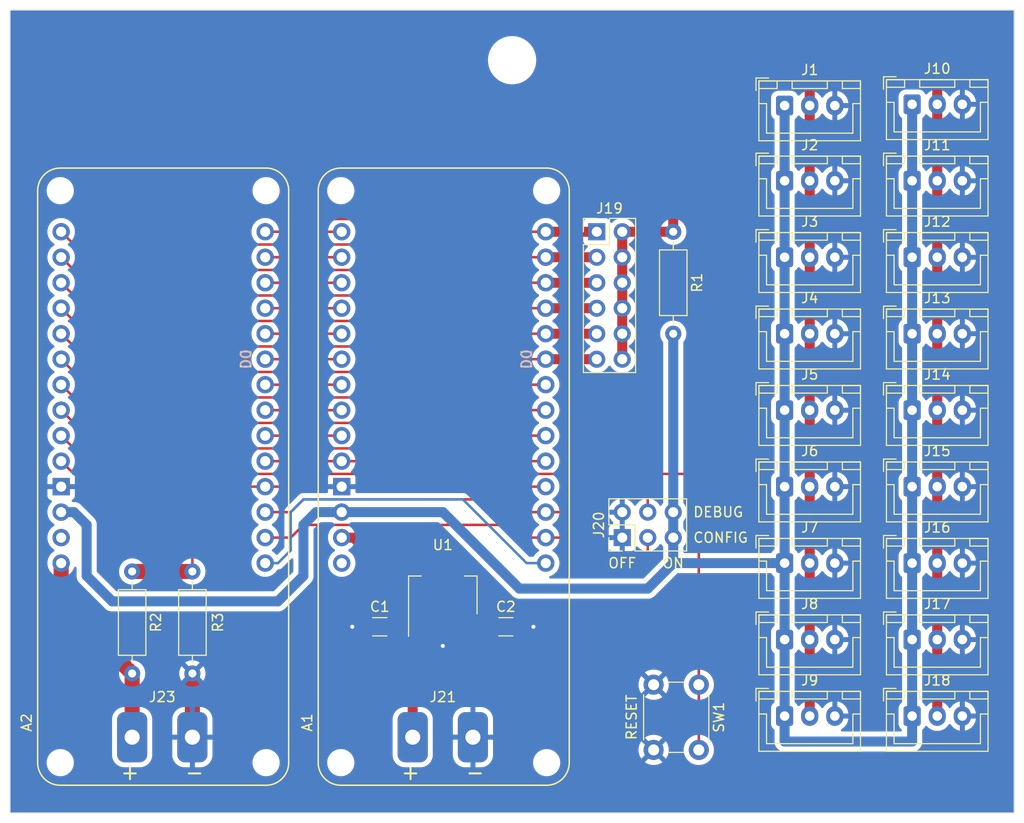
<source format=kicad_pcb>
(kicad_pcb (version 20221018) (generator pcbnew)
  (layers (0 "F.Cu" signal) (31 "B.Cu" signal) (34 "B.Paste" user) (35 "F.Paste" user) (36 "B.SilkS" user "B.Silkscreen") (37 "F.SilkS" user "F.Silkscreen") (38 "B.Mask" user) (39 "F.Mask" user) (44 "Edge.Cuts" user))
  (net 0 "")
  (net 2 "/A0")
  (net 3 "/A1")
  (net 4 "/A2")
  (net 5 "/A3")
  (net 6 "/A4")
  (net 7 "/A5")
  (net 8 "/A6")
  (net 9 "/AREF")
  (net 10 "/D0")
  (net 11 "/D1")
  (net 12 "/D2")
  (net 13 "/D3")
  (net 14 "/D4")
  (net 15 "/D5")
  (net 16 "/D6")
  (net 17 "/D7")
  (net 18 "/D8")
  (net 19 "/D9")
  (net 20 "/D10")
  (net 21 "/D11")
  (net 22 "/D12")
  (net 23 "/D13")
  (net 24 "/D14")
  (net 25 "GND")
  (net 26 "/RST")
  (net 28 "+3.3V")
  (net 29 "DATA")
  (net 30 "Net-(J23-Pin_1)")
  (net 31 "Net-(J21-Pin_1)")
  (net 32 "Net-(U1-OUT)")
  (footprint "Connector_JST:JST_XH_B3B-XH-A_1x03_P2.50mm_Vertical" (layer "F.Cu") (at 197.682 82.0752)
    (fp_text reference "J14" (at 2.5 -3.55) (layer "F.SilkS"))
    (fp_text value "Conn_01x03_Pin")
    (pad "1" thru_hole roundrect (at 0 0) (size 1.7 1.95) (drill 0.95) (layers "*.Cu" "*.Mask") (roundrect_rratio 0.147059) (net 28 "+3.3V"))
    (pad "2" thru_hole oval (at 2.5 0) (size 1.7 1.95) (drill 0.95) (layers "*.Cu" "*.Mask") (net 29 "DATA"))
    (pad "3" thru_hole oval (at 5 0) (size 1.7 1.95) (drill 0.95) (layers "*.Cu" "*.Mask") (net 25 "GND"))
  )
  (footprint "Connector_JST:JST_XH_B3B-XH-A_1x03_P2.50mm_Vertical" (layer "F.Cu") (at 184.982 97.3152)
    (fp_text reference "J7" (at 2.5 -3.55) (layer "F.SilkS"))
    (fp_text value "Conn_01x03_Pin")
    (pad "1" thru_hole roundrect (at 0 0) (size 1.7 1.95) (drill 0.95) (layers "*.Cu" "*.Mask") (roundrect_rratio 0.147059) (net 28 "+3.3V"))
    (pad "2" thru_hole oval (at 2.5 0) (size 1.7 1.95) (drill 0.95) (layers "*.Cu" "*.Mask") (net 29 "DATA"))
    (pad "3" thru_hole oval (at 5 0) (size 1.7 1.95) (drill 0.95) (layers "*.Cu" "*.Mask") (net 25 "GND"))
  )
  (footprint "Capacitor_SMD:C_1206_3216Metric" (layer "F.Cu") (at 157.217 103.66)
    (fp_text reference "C2" (at 0 -2) (layer "F.SilkS"))
    (fp_text value "0.1u")
    (pad "1" smd roundrect (at -1.475 0) (size 1.15 1.8) (layers "F.Cu" "F.Paste" "F.Mask") (roundrect_rratio 0.217391) (net 32 "Net-(U1-OUT)"))
    (pad "2" smd roundrect (at 1.475 0) (size 1.15 1.8) (layers "F.Cu" "F.Paste" "F.Mask") (roundrect_rratio 0.217391) (net 25 "GND"))
  )
  (footprint "Connector_JST:JST_XH_B3B-XH-A_1x03_P2.50mm_Vertical" (layer "F.Cu") (at 197.682 59.2152)
    (fp_text reference "J11" (at 2.5 -3.55) (layer "F.SilkS"))
    (fp_text value "Conn_01x03_Pin")
    (pad "1" thru_hole roundrect (at 0 0) (size 1.7 1.95) (drill 0.95) (layers "*.Cu" "*.Mask") (roundrect_rratio 0.147059) (net 28 "+3.3V"))
    (pad "2" thru_hole oval (at 2.5 0) (size 1.7 1.95) (drill 0.95) (layers "*.Cu" "*.Mask") (net 29 "DATA"))
    (pad "3" thru_hole oval (at 5 0) (size 1.7 1.95) (drill 0.95) (layers "*.Cu" "*.Mask") (net 25 "GND"))
  )
  (footprint "Connector_JST:JST_XH_B3B-XH-A_1x03_P2.50mm_Vertical" (layer "F.Cu") (at 197.682 74.4552)
    (fp_text reference "J13" (at 2.5 -3.55) (layer "F.SilkS"))
    (fp_text value "Conn_01x03_Pin")
    (pad "1" thru_hole roundrect (at 0 0) (size 1.7 1.95) (drill 0.95) (layers "*.Cu" "*.Mask") (roundrect_rratio 0.147059) (net 28 "+3.3V"))
    (pad "2" thru_hole oval (at 2.5 0) (size 1.7 1.95) (drill 0.95) (layers "*.Cu" "*.Mask") (net 29 "DATA"))
    (pad "3" thru_hole oval (at 5 0) (size 1.7 1.95) (drill 0.95) (layers "*.Cu" "*.Mask") (net 25 "GND"))
  )
  (footprint "Connector_JST:JST_XH_B3B-XH-A_1x03_P2.50mm_Vertical" (layer "F.Cu") (at 197.682 89.6952)
    (fp_text reference "J15" (at 2.5 -3.55) (layer "F.SilkS"))
    (fp_text value "Conn_01x03_Pin")
    (pad "1" thru_hole roundrect (at 0 0) (size 1.7 1.95) (drill 0.95) (layers "*.Cu" "*.Mask") (roundrect_rratio 0.147059) (net 28 "+3.3V"))
    (pad "2" thru_hole oval (at 2.5 0) (size 1.7 1.95) (drill 0.95) (layers "*.Cu" "*.Mask") (net 29 "DATA"))
    (pad "3" thru_hole oval (at 5 0) (size 1.7 1.95) (drill 0.95) (layers "*.Cu" "*.Mask") (net 25 "GND"))
  )
  (footprint "Connector_JST:JST_XH_B3B-XH-A_1x03_P2.50mm_Vertical" (layer "F.Cu") (at 197.682 66.8352)
    (fp_text reference "J12" (at 2.5 -3.55) (layer "F.SilkS"))
    (fp_text value "Conn_01x03_Pin")
    (pad "1" thru_hole roundrect (at 0 0) (size 1.7 1.95) (drill 0.95) (layers "*.Cu" "*.Mask") (roundrect_rratio 0.147059) (net 28 "+3.3V"))
    (pad "2" thru_hole oval (at 2.5 0) (size 1.7 1.95) (drill 0.95) (layers "*.Cu" "*.Mask") (net 29 "DATA"))
    (pad "3" thru_hole oval (at 5 0) (size 1.7 1.95) (drill 0.95) (layers "*.Cu" "*.Mask") (net 25 "GND"))
  )
  (footprint "ProjectFootprints:Power_Solder_Pads" (layer "F.Cu") (at 150.942 114.66)
    (fp_text reference "J21" (at 0 -4) (layer "F.SilkS"))
    (fp_text value "Conn_01x02_Pin")
    (pad "1" thru_hole roundrect (at -3 0) (size 3 5) (drill 1.5) (layers "*.Cu" "*.Mask") (net 31 "Net-(J21-Pin_1)"))
    (pad "2" thru_hole roundrect (at 3 0) (size 3 5) (drill 1.5) (layers "*.Cu" "*.Mask") (net 25 "GND"))
  )
  (footprint "Connector_JST:JST_XH_B3B-XH-A_1x03_P2.50mm_Vertical" (layer "F.Cu") (at 197.682 104.9352)
    (fp_text reference "J17" (at 2.5 -3.55) (layer "F.SilkS"))
    (fp_text value "Conn_01x03_Pin")
    (pad "1" thru_hole roundrect (at 0 0) (size 1.7 1.95) (drill 0.95) (layers "*.Cu" "*.Mask") (roundrect_rratio 0.147059) (net 28 "+3.3V"))
    (pad "2" thru_hole oval (at 2.5 0) (size 1.7 1.95) (drill 0.95) (layers "*.Cu" "*.Mask") (net 29 "DATA"))
    (pad "3" thru_hole oval (at 5 0) (size 1.7 1.95) (drill 0.95) (layers "*.Cu" "*.Mask") (net 25 "GND"))
  )
  (footprint "Connector_JST:JST_XH_B3B-XH-A_1x03_P2.50mm_Vertical" (layer "F.Cu") (at 197.682 97.3152)
    (fp_text reference "J16" (at 2.5 -3.55) (layer "F.SilkS"))
    (fp_text value "Conn_01x03_Pin")
    (pad "1" thru_hole roundrect (at 0 0) (size 1.7 1.95) (drill 0.95) (layers "*.Cu" "*.Mask") (roundrect_rratio 0.147059) (net 28 "+3.3V"))
    (pad "2" thru_hole oval (at 2.5 0) (size 1.7 1.95) (drill 0.95) (layers "*.Cu" "*.Mask") (net 29 "DATA"))
    (pad "3" thru_hole oval (at 5 0) (size 1.7 1.95) (drill 0.95) (layers "*.Cu" "*.Mask") (net 25 "GND"))
  )
  (footprint "Connector_JST:JST_XH_B3B-XH-A_1x03_P2.50mm_Vertical" (layer "F.Cu") (at 184.982 82.0752)
    (fp_text reference "J5" (at 2.5 -3.55) (layer "F.SilkS"))
    (fp_text value "Conn_01x03_Pin")
    (pad "1" thru_hole roundrect (at 0 0) (size 1.7 1.95) (drill 0.95) (layers "*.Cu" "*.Mask") (roundrect_rratio 0.147059) (net 28 "+3.3V"))
    (pad "2" thru_hole oval (at 2.5 0) (size 1.7 1.95) (drill 0.95) (layers "*.Cu" "*.Mask") (net 29 "DATA"))
    (pad "3" thru_hole oval (at 5 0) (size 1.7 1.95) (drill 0.95) (layers "*.Cu" "*.Mask") (net 25 "GND"))
  )
  (footprint "Connector_JST:JST_XH_B3B-XH-A_1x03_P2.50mm_Vertical" (layer "F.Cu") (at 184.982 51.72)
    (fp_text reference "J1" (at 2.5 -3.55) (layer "F.SilkS"))
    (fp_text value "Conn_01x03_Pin")
    (pad "1" thru_hole roundrect (at 0 0) (size 1.7 1.95) (drill 0.95) (layers "*.Cu" "*.Mask") (roundrect_rratio 0.147059) (net 28 "+3.3V"))
    (pad "2" thru_hole oval (at 2.5 0) (size 1.7 1.95) (drill 0.95) (layers "*.Cu" "*.Mask") (net 29 "DATA"))
    (pad "3" thru_hole oval (at 5 0) (size 1.7 1.95) (drill 0.95) (layers "*.Cu" "*.Mask") (net 25 "GND"))
  )
  (footprint "Package_TO_SOT_SMD:SOT-223" (layer "F.Cu") (at 150.942 100.51 90)
    (fp_text reference "U1" (at 5 0 180) (layer "F.SilkS"))
    (fp_text value "L7805")
    (pad "1" smd rect (at -3.15 -2.3 90) (size 2 1.5) (layers "F.Cu" "F.Paste" "F.Mask") (net 31 "Net-(J21-Pin_1)"))
    (pad "2" smd rect (at -3.15 0 90) (size 2 1.5) (layers "F.Cu" "F.Paste" "F.Mask") (net 25 "GND"))
    (pad "3" smd rect (at -3.15 2.3 90) (size 2 1.5) (layers "F.Cu" "F.Paste" "F.Mask") (net 32 "Net-(U1-OUT)"))
    (pad "4" smd rect (at 3.15 0 90) (size 2 3.8) (layers "F.Cu" "F.Paste" "F.Mask"))
  )
  (footprint "MountingHole:MountingHole_4.3mm_M4" (layer "F.Cu") (at 157.842 47.2)
    (fp_text reference "H1" hide)
    (fp_text value "MountingHole")
    (pad "" np_thru_hole circle (at 0 0) (size 4.3 4.3) (drill 4.3) (layers "*.Cu" "*.Mask"))
  )
  (footprint "Connector_JST:JST_XH_B3B-XH-A_1x03_P2.50mm_Vertical" (layer "F.Cu") (at 184.982 104.9352)
    (fp_text reference "J8" (at 2.5 -3.55) (layer "F.SilkS"))
    (fp_text value "Conn_01x03_Pin")
    (pad "1" thru_hole roundrect (at 0 0) (size 1.7 1.95) (drill 0.95) (layers "*.Cu" "*.Mask") (roundrect_rratio 0.147059) (net 28 "+3.3V"))
    (pad "2" thru_hole oval (at 2.5 0) (size 1.7 1.95) (drill 0.95) (layers "*.Cu" "*.Mask") (net 29 "DATA"))
    (pad "3" thru_hole oval (at 5 0) (size 1.7 1.95) (drill 0.95) (layers "*.Cu" "*.Mask") (net 25 "GND"))
  )
  (footprint "Resistor_THT:R_Axial_DIN0207_L6.3mm_D2.5mm_P10.16mm_Horizontal" (layer "F.Cu") (at 173.892 64.2952 -90)
    (fp_text reference "R1" (at 5.08 -2.37 90) (layer "F.SilkS"))
    (fp_text value "4.7k")
    (pad "1" thru_hole circle (at 0 0 270) (size 1.6 1.6) (drill 0.8) (layers "*.Cu" "*.Mask") (net 29 "DATA"))
    (pad "2" thru_hole oval (at 10.16 0 270) (size 1.6 1.6) (drill 0.8) (layers "*.Cu" "*.Mask") (net 28 "+3.3V"))
  )
  (footprint "Connector_JST:JST_XH_B3B-XH-A_1x03_P2.50mm_Vertical" (layer "F.Cu") (at 184.982 74.4552)
    (fp_text reference "J4" (at 2.5 -3.55) (layer "F.SilkS"))
    (fp_text value "Conn_01x03_Pin")
    (pad "1" thru_hole roundrect (at 0 0) (size 1.7 1.95) (drill 0.95) (layers "*.Cu" "*.Mask") (roundrect_rratio 0.147059) (net 28 "+3.3V"))
    (pad "2" thru_hole oval (at 2.5 0) (size 1.7 1.95) (drill 0.95) (layers "*.Cu" "*.Mask") (net 29 "DATA"))
    (pad "3" thru_hole oval (at 5 0) (size 1.7 1.95) (drill 0.95) (layers "*.Cu" "*.Mask") (net 25 "GND"))
  )
  (footprint "Button_Switch_THT:SW_PUSH_6mm" (layer "F.Cu") (at 176.437 109.43 -90)
    (fp_text reference "SW1" (at 3.25 -2 90) (layer "F.SilkS"))
    (fp_text value "SW_Push")
    (pad "1" thru_hole circle (at 0 0) (size 2 2) (drill 1.1) (layers "*.Cu" "*.Mask") (net 26 "/RST"))
    (pad "1" thru_hole circle (at 6.5 0) (size 2 2) (drill 1.1) (layers "*.Cu" "*.Mask") (net 26 "/RST"))
    (pad "2" thru_hole circle (at 0 4.5) (size 2 2) (drill 1.1) (layers "*.Cu" "*.Mask") (net 25 "GND"))
    (pad "2" thru_hole circle (at 6.5 4.5) (size 2 2) (drill 1.1) (layers "*.Cu" "*.Mask") (net 25 "GND"))
  )
  (footprint "Connector_JST:JST_XH_B3B-XH-A_1x03_P2.50mm_Vertical" (layer "F.Cu") (at 184.982 112.5552)
    (fp_text reference "J9" (at 2.5 -3.55) (layer "F.SilkS"))
    (fp_text value "Conn_01x03_Pin")
    (pad "1" thru_hole roundrect (at 0 0) (size 1.7 1.95) (drill 0.95) (layers "*.Cu" "*.Mask") (roundrect_rratio 0.147059) (net 28 "+3.3V"))
    (pad "2" thru_hole oval (at 2.5 0) (size 1.7 1.95) (drill 0.95) (layers "*.Cu" "*.Mask") (net 29 "DATA"))
    (pad "3" thru_hole oval (at 5 0) (size 1.7 1.95) (drill 0.95) (layers "*.Cu" "*.Mask") (net 25 "GND"))
  )
  (footprint "Resistor_THT:R_Axial_DIN0207_L6.3mm_D2.5mm_P10.16mm_Horizontal" (layer "F.Cu") (at 126.002 108.31 90)
    (fp_text reference "R3" (at 5.08 2.54 90) (layer "F.SilkS"))
    (fp_text value "1.2M")
    (pad "1" thru_hole circle (at 0 0 90) (size 1.6 1.6) (drill 0.8) (layers "*.Cu" "*.Mask") (net 25 "GND"))
    (pad "2" thru_hole oval (at 10.16 0 90) (size 1.6 1.6) (drill 0.8) (layers "*.Cu" "*.Mask") (net 4 "/A2"))
  )
  (footprint "Connector_JST:JST_XH_B3B-XH-A_1x03_P2.50mm_Vertical" (layer "F.Cu") (at 184.982 66.8352)
    (fp_text reference "J3" (at 2.5 -3.55) (layer "F.SilkS"))
    (fp_text value "Conn_01x03_Pin")
    (pad "1" thru_hole roundrect (at 0 0) (size 1.7 1.95) (drill 0.95) (layers "*.Cu" "*.Mask") (roundrect_rratio 0.147059) (net 28 "+3.3V"))
    (pad "2" thru_hole oval (at 2.5 0) (size 1.7 1.95) (drill 0.95) (layers "*.Cu" "*.Mask") (net 29 "DATA"))
    (pad "3" thru_hole oval (at 5 0) (size 1.7 1.95) (drill 0.95) (layers "*.Cu" "*.Mask") (net 25 "GND"))
  )
  (footprint "Connector_PinHeader_2.54mm:PinHeader_2x06_P2.54mm_Vertical" (layer "F.Cu") (at 166.272 64.2952)
    (fp_text reference "J19" (at 1.27 -2.33) (layer "F.SilkS"))
    (fp_text value "Conn_02x06_Odd_Even")
    (pad "1" thru_hole rect (at 0 0) (size 1.7 1.7) (drill 1) (layers "*.Cu" "*.Mask") (net 15 "/D5"))
    (pad "2" thru_hole oval (at 2.54 0) (size 1.7 1.7) (drill 1) (layers "*.Cu" "*.Mask") (net 29 "DATA"))
    (pad "3" thru_hole oval (at 0 2.54) (size 1.7 1.7) (drill 1) (layers "*.Cu" "*.Mask") (net 14 "/D4"))
    (pad "4" thru_hole oval (at 2.54 2.54) (size 1.7 1.7) (drill 1) (layers "*.Cu" "*.Mask") (net 29 "DATA"))
    (pad "5" thru_hole oval (at 0 5.08) (size 1.7 1.7) (drill 1) (layers "*.Cu" "*.Mask") (net 13 "/D3"))
    (pad "6" thru_hole oval (at 2.54 5.08) (size 1.7 1.7) (drill 1) (layers "*.Cu" "*.Mask") (net 29 "DATA"))
    (pad "7" thru_hole oval (at 0 7.62) (size 1.7 1.7) (drill 1) (layers "*.Cu" "*.Mask") (net 12 "/D2"))
    (pad "8" thru_hole oval (at 2.54 7.62) (size 1.7 1.7) (drill 1) (layers "*.Cu" "*.Mask") (net 29 "DATA"))
    (pad "9" thru_hole oval (at 0 10.16) (size 1.7 1.7) (drill 1) (layers "*.Cu" "*.Mask") (net 11 "/D1"))
    (pad "10" thru_hole oval (at 2.54 10.16) (size 1.7 1.7) (drill 1) (layers "*.Cu" "*.Mask") (net 29 "DATA"))
    (pad "11" thru_hole oval (at 0 12.7) (size 1.7 1.7) (drill 1) (layers "*.Cu" "*.Mask") (net 10 "/D0"))
    (pad "12" thru_hole oval (at 2.54 12.7) (size 1.7 1.7) (drill 1) (layers "*.Cu" "*.Mask") (net 29 "DATA"))
  )
  (footprint "Connector_JST:JST_XH_B3B-XH-A_1x03_P2.50mm_Vertical" (layer "F.Cu") (at 184.982 59.2152)
    (fp_text reference "J2" (at 2.5 -3.55) (layer "F.SilkS"))
    (fp_text value "Conn_01x03_Pin")
    (pad "1" thru_hole roundrect (at 0 0) (size 1.7 1.95) (drill 0.95) (layers "*.Cu" "*.Mask") (roundrect_rratio 0.147059) (net 28 "+3.3V"))
    (pad "2" thru_hole oval (at 2.5 0) (size 1.7 1.95) (drill 0.95) (layers "*.Cu" "*.Mask") (net 29 "DATA"))
    (pad "3" thru_hole oval (at 5 0) (size 1.7 1.95) (drill 0.95) (layers "*.Cu" "*.Mask") (net 25 "GND"))
  )
  (footprint "PCM_arduino-library:Arduino_MKR_Zero_Socket" (layer "F.Cu") (at 112.842 117.2 90)
    (fp_text reference "A2" (at 4 -3.35 90 unlocked) (layer "F.SilkS"))
    (fp_text value "Arduino_MKR_Zero_Socket")
    (fp_text user "D0" (at 40.2048 18.505 90 unlocked) (layer "B.SilkS") (effects (justify mirror)))
    (fp_text user "D0" (at 40.2048 18.505 90 unlocked) (layer "F.SilkS"))
    (pad "" np_thru_hole circle (at 0 0 90) (size 2.2 2.2) (drill 2.2) (layers "F&B.Cu" "*.Mask"))
    (pad "" np_thru_hole circle (at 0 20.5 90) (size 2.2 2.2) (drill 2.2) (layers "F&B.Cu" "*.Mask"))
    (pad "" np_thru_hole circle (at 57 0 90) (size 2.2 2.2) (drill 2.2) (layers "F&B.Cu" "*.Mask"))
    (pad "" np_thru_hole circle (at 57 20.5 90) (size 2.2 2.2) (drill 2.2) (layers "F&B.Cu" "*.Mask"))
    (pad "3V3" thru_hole circle (at 24.9648 0.09 90) (size 1.7272 1.7272) (drill 1.016) (layers "*.Cu" "*.Mask") (net 28 "+3.3V"))
    (pad "5V" thru_hole circle (at 19.8848 0.09 90) (size 1.7272 1.7272) (drill 1.016) (layers "*.Cu" "*.Mask") (net 30 "Net-(J23-Pin_1)"))
    (pad "A0" thru_hole circle (at 22.4248 20.41 90) (size 1.7272 1.7272) (drill 1.016) (layers "*.Cu" "*.Mask") (net 2 "/A0"))
    (pad "A1" thru_hole circle (at 24.9648 20.41 90) (size 1.7272 1.7272) (drill 1.016) (layers "*.Cu" "*.Mask") (net 3 "/A1"))
    (pad "A2" thru_hole circle (at 27.5048 20.41 90) (size 1.7272 1.7272) (drill 1.016) (layers "*.Cu" "*.Mask") (net 4 "/A2"))
    (pad "A3" thru_hole circle (at 30.0448 20.41 90) (size 1.7272 1.7272) (drill 1.016) (layers "*.Cu" "*.Mask") (net 5 "/A3"))
    (pad "A4" thru_hole circle (at 32.5848 20.41 90) (size 1.7272 1.7272) (drill 1.016) (layers "*.Cu" "*.Mask") (net 6 "/A4"))
    (pad "A5" thru_hole circle (at 35.1248 20.41 90) (size 1.7272 1.7272) (drill 1.016) (layers "*.Cu" "*.Mask") (net 7 "/A5"))
    (pad "A6" thru_hole circle (at 37.6648 20.41 90) (size 1.7272 1.7272) (drill 1.016) (layers "*.Cu" "*.Mask") (net 8 "/A6"))
    (pad "AREF" thru_hole circle (at 19.8848 20.41 90) (size 1.7272 1.7272) (drill 1.016) (layers "*.Cu" "*.Mask") (net 9 "/AREF"))
    (pad "D0" thru_hole circle (at 40.2048 20.41 90) (size 1.7272 1.7272) (drill 1.016) (layers "*.Cu" "*.Mask") (net 10 "/D0"))
    (pad "D1" thru_hole circle (at 42.7448 20.41 90) (size 1.7272 1.7272) (drill 1.016) (layers "*.Cu" "*.Mask") (net 11 "/D1"))
    (pad "D2" thru_hole circle (at 45.2848 20.41 90) (size 1.7272 1.7272) (drill 1.016) (layers "*.Cu" "*.Mask") (net 12 "/D2"))
    (pad "D3" thru_hole circle (at 47.8248 20.41 90) (size 1.7272 1.7272) (drill 1.016) (layers "*.Cu" "*.Mask") (net 13 "/D3"))
    (pad "D4" thru_hole circle (at 50.3648 20.41 90) (size 1.7272 1.7272) (drill 1.016) (layers "*.Cu" "*.Mask") (net 14 "/D4"))
    (pad "D5" thru_hole circle (at 52.9048 20.41 90) (size 1.7272 1.7272) (drill 1.016) (layers "*.Cu" "*.Mask") (net 15 "/D5"))
    (pad "D6" thru_hole circle (at 52.9048 0.09 90) (size 1.7272 1.7272) (drill 1.016) (layers "*.Cu" "*.Mask") (net 16 "/D6"))
    (pad "D7" thru_hole circle (at 50.3648 0.09 90) (size 1.7272 1.7272) (drill 1.016) (layers "*.Cu" "*.Mask") (net 17 "/D7"))
    (pad "D8" thru_hole circle (at 47.8248 0.09 90) (size 1.7272 1.7272) (drill 1.016) (layers "*.Cu" "*.Mask") (net 18 "/D8"))
    (pad "D9" thru_hole circle (at 45.2848 0.09 90) (size 1.7272 1.7272) (drill 1.016) (layers "*.Cu" "*.Mask") (net 19 "/D9"))
    (pad "D10" thru_hole circle (at 42.7448 0.09 90) (size 1.7272 1.7272) (drill 1.016) (layers "*.Cu" "*.Mask") (net 20 "/D10"))
    (pad "D11" thru_hole circle (at 40.2048 0.09 90) (size 1.7272 1.7272) (drill 1.016) (layers "*.Cu" "*.Mask") (net 21 "/D11"))
    (pad "D12" thru_hole circle (at 37.6648 0.09 90) (size 1.7272 1.7272) (drill 1.016) (layers "*.Cu" "*.Mask") (net 22 "/D12"))
    (pad "D13" thru_hole circle (at 35.1248 0.09 90) (size 1.7272 1.7272) (drill 1.016) (layers "*.Cu" "*.Mask") (net 23 "/D13"))
    (pad "D14" thru_hole circle (at 32.5848 0.09 90) (size 1.7272 1.7272) (drill 1.016) (layers "*.Cu" "*.Mask") (net 24 "/D14"))
    (pad "GND" thru_hole rect (at 27.5048 0.09 90) (size 1.7272 1.7272) (drill 1.016) (layers "*.Cu" "*.Mask") (net 25 "GND"))
    (pad "RST" thru_hole circle (at 30.0448 0.09 90) (size 1.7272 1.7272) (drill 1.016) (layers "*.Cu" "*.Mask") (net 26 "/RST"))
    (pad "VIN" thru_hole circle (at 22.4248 0.09 90) (size 1.7272 1.7272) (drill 1.016) (layers "*.Cu" "*.Mask"))
  )
  (footprint "Connector_JST:JST_XH_B3B-XH-A_1x03_P2.50mm_Vertical" (layer "F.Cu") (at 197.682 112.5552)
    (fp_text reference "J18" (at 2.5 -3.55) (layer "F.SilkS"))
    (fp_text value "Conn_01x03_Pin")
    (pad "1" thru_hole roundrect (at 0 0) (size 1.7 1.95) (drill 0.95) (layers "*.Cu" "*.Mask") (roundrect_rratio 0.147059) (net 28 "+3.3V"))
    (pad "2" thru_hole oval (at 2.5 0) (size 1.7 1.95) (drill 0.95) (layers "*.Cu" "*.Mask") (net 29 "DATA"))
    (pad "3" thru_hole oval (at 5 0) (size 1.7 1.95) (drill 0.95) (layers "*.Cu" "*.Mask") (net 25 "GND"))
  )
  (footprint "Resistor_THT:R_Axial_DIN0207_L6.3mm_D2.5mm_P10.16mm_Horizontal" (layer "F.Cu") (at 120.002 98.15 -90)
    (fp_text reference "R2" (at 5.08 -2.37 90) (layer "F.SilkS"))
    (fp_text value "330k")
    (pad "1" thru_hole circle (at 0 0 270) (size 1.6 1.6) (drill 0.8) (layers "*.Cu" "*.Mask") (net 4 "/A2"))
    (pad "2" thru_hole oval (at 10.16 0 270) (size 1.6 1.6) (drill 0.8) (layers "*.Cu" "*.Mask") (net 30 "Net-(J23-Pin_1)"))
  )
  (footprint "PCM_arduino-library:Arduino_MKR_Zero_Socket" (layer "F.Cu") (at 140.782 117.2 90)
    (fp_text reference "A1" (at 4 -3.35 90 unlocked) (layer "F.SilkS"))
    (fp_text value "Arduino_MKR_Zero_Socket")
    (fp_text user "D0" (at 40.2048 18.505 90 unlocked) (layer "B.SilkS") (effects (justify mirror)))
    (fp_text user "D0" (at 40.2048 18.505 90 unlocked) (layer "F.SilkS"))
    (pad "" np_thru_hole circle (at 0 0 90) (size 2.2 2.2) (drill 2.2) (layers "F&B.Cu" "*.Mask"))
    (pad "" np_thru_hole circle (at 0 20.5 90) (size 2.2 2.2) (drill 2.2) (layers "F&B.Cu" "*.Mask"))
    (pad "" np_thru_hole circle (at 57 0 90) (size 2.2 2.2) (drill 2.2) (layers "F&B.Cu" "*.Mask"))
    (pad "" np_thru_hole circle (at 57 20.5 90) (size 2.2 2.2) (drill 2.2) (layers "F&B.Cu" "*.Mask"))
    (pad "3V3" thru_hole circle (at 24.9648 0.09 90) (size 1.7272 1.7272) (drill 1.016) (layers "*.Cu" "*.Mask") (net 28 "+3.3V"))
    (pad "5V" thru_hole circle (at 19.8848 0.09 90) (size 1.7272 1.7272) (drill 1.016) (layers "*.Cu" "*.Mask"))
    (pad "A0" thru_hole circle (at 22.4248 20.41 90) (size 1.7272 1.7272) (drill 1.016) (layers "*.Cu" "*.Mask") (net 2 "/A0"))
    (pad "A1" thru_hole circle (at 24.9648 20.41 90) (size 1.7272 1.7272) (drill 1.016) (layers "*.Cu" "*.Mask") (net 3 "/A1"))
    (pad "A2" thru_hole circle (at 27.5048 20.41 90) (size 1.7272 1.7272) (drill 1.016) (layers "*.Cu" "*.Mask") (net 4 "/A2"))
    (pad "A3" thru_hole circle (at 30.0448 20.41 90) (size 1.7272 1.7272) (drill 1.016) (layers "*.Cu" "*.Mask") (net 5 "/A3"))
    (pad "A4" thru_hole circle (at 32.5848 20.41 90) (size 1.7272 1.7272) (drill 1.016) (layers "*.Cu" "*.Mask") (net 6 "/A4"))
    (pad "A5" thru_hole circle (at 35.1248 20.41 90) (size 1.7272 1.7272) (drill 1.016) (layers "*.Cu" "*.Mask") (net 7 "/A5"))
    (pad "A6" thru_hole circle (at 37.6648 20.41 90) (size 1.7272 1.7272) (drill 1.016) (layers "*.Cu" "*.Mask") (net 8 "/A6"))
    (pad "AREF" thru_hole circle (at 19.8848 20.41 90) (size 1.7272 1.7272) (drill 1.016) (layers "*.Cu" "*.Mask") (net 9 "/AREF"))
    (pad "D0" thru_hole circle (at 40.2048 20.41 90) (size 1.7272 1.7272) (drill 1.016) (layers "*.Cu" "*.Mask") (net 10 "/D0"))
    (pad "D1" thru_hole circle (at 42.7448 20.41 90) (size 1.7272 1.7272) (drill 1.016) (layers "*.Cu" "*.Mask") (net 11 "/D1"))
    (pad "D2" thru_hole circle (at 45.2848 20.41 90) (size 1.7272 1.7272) (drill 1.016) (layers "*.Cu" "*.Mask") (net 12 "/D2"))
    (pad "D3" thru_hole circle (at 47.8248 20.41 90) (size 1.7272 1.7272) (drill 1.016) (layers "*.Cu" "*.Mask") (net 13 "/D3"))
    (pad "D4" thru_hole circle (at 50.3648 20.41 90) (size 1.7272 1.7272) (drill 1.016) (layers "*.Cu" "*.Mask") (net 14 "/D4"))
    (pad "D5" thru_hole circle (at 52.9048 20.41 90) (size 1.7272 1.7272) (drill 1.016) (layers "*.Cu" "*.Mask") (net 15 "/D5"))
    (pad "D6" thru_hole circle (at 52.9048 0.09 90) (size 1.7272 1.7272) (drill 1.016) (layers "*.Cu" "*.Mask") (net 16 "/D6"))
    (pad "D7" thru_hole circle (at 50.3648 0.09 90) (size 1.7272 1.7272) (drill 1.016) (layers "*.Cu" "*.Mask") (net 17 "/D7"))
    (pad "D8" thru_hole circle (at 47.8248 0.09 90) (size 1.7272 1.7272) (drill 1.016) (layers "*.Cu" "*.Mask") (net 18 "/D8"))
    (pad "D9" thru_hole circle (at 45.2848 0.09 90) (size 1.7272 1.7272) (drill 1.016) (layers "*.Cu" "*.Mask") (net 19 "/D9"))
    (pad "D10" thru_hole circle (at 42.7448 0.09 90) (size 1.7272 1.7272) (drill 1.016) (layers "*.Cu" "*.Mask") (net 20 "/D10"))
    (pad "D11" thru_hole circle (at 40.2048 0.09 90) (size 1.7272 1.7272) (drill 1.016) (layers "*.Cu" "*.Mask") (net 21 "/D11"))
    (pad "D12" thru_hole circle (at 37.6648 0.09 90) (size 1.7272 1.7272) (drill 1.016) (layers "*.Cu" "*.Mask") (net 22 "/D12"))
    (pad "D13" thru_hole circle (at 35.1248 0.09 90) (size 1.7272 1.7272) (drill 1.016) (layers "*.Cu" "*.Mask") (net 23 "/D13"))
    (pad "D14" thru_hole circle (at 32.5848 0.09 90) (size 1.7272 1.7272) (drill 1.016) (layers "*.Cu" "*.Mask") (net 24 "/D14"))
    (pad "GND" thru_hole rect (at 27.5048 0.09 90) (size 1.7272 1.7272) (drill 1.016) (layers "*.Cu" "*.Mask") (net 25 "GND"))
    (pad "RST" thru_hole circle (at 30.0448 0.09 90) (size 1.7272 1.7272) (drill 1.016) (layers "*.Cu" "*.Mask") (net 26 "/RST"))
    (pad "VIN" thru_hole circle (at 22.4248 0.09 90) (size 1.7272 1.7272) (drill 1.016) (layers "*.Cu" "*.Mask") (net 32 "Net-(U1-OUT)"))
  )
  (footprint "Connector_JST:JST_XH_B3B-XH-A_1x03_P2.50mm_Vertical" (layer "F.Cu") (at 184.982 89.6952)
    (fp_text reference "J6" (at 2.5 -3.55) (layer "F.SilkS"))
    (fp_text value "Conn_01x03_Pin")
    (pad "1" thru_hole roundrect (at 0 0) (size 1.7 1.95) (drill 0.95) (layers "*.Cu" "*.Mask") (roundrect_rratio 0.147059) (net 28 "+3.3V"))
    (pad "2" thru_hole oval (at 2.5 0) (size 1.7 1.95) (drill 0.95) (layers "*.Cu" "*.Mask") (net 29 "DATA"))
    (pad "3" thru_hole oval (at 5 0) (size 1.7 1.95) (drill 0.95) (layers "*.Cu" "*.Mask") (net 25 "GND"))
  )
  (footprint "Connector_JST:JST_XH_B3B-XH-A_1x03_P2.50mm_Vertical" (layer "F.Cu") (at 197.682 51.5952)
    (fp_text reference "J10" (at 2.5 -3.55) (layer "F.SilkS"))
    (fp_text value "Conn_01x03_Pin")
    (pad "1" thru_hole roundrect (at 0 0) (size 1.7 1.95) (drill 0.95) (layers "*.Cu" "*.Mask") (roundrect_rratio 0.147059) (net 28 "+3.3V"))
    (pad "2" thru_hole oval (at 2.5 0) (size 1.7 1.95) (drill 0.95) (layers "*.Cu" "*.Mask") (net 29 "DATA"))
    (pad "3" thru_hole oval (at 5 0) (size 1.7 1.95) (drill 0.95) (layers "*.Cu" "*.Mask") (net 25 "GND"))
  )
  (footprint "Capacitor_SMD:C_1206_3216Metric" (layer "F.Cu") (at 144.667 103.66 180)
    (fp_text reference "C1" (at 0 2) (layer "F.SilkS"))
    (fp_text value "0.22u")
    (pad "1" smd roundrect (at -1.475 0 180) (size 1.15 1.8) (layers "F.Cu" "F.Paste" "F.Mask") (roundrect_rratio 0.217391) (net 31 "Net-(J21-Pin_1)"))
    (pad "2" smd roundrect (at 1.475 0 180) (size 1.15 1.8) (layers "F.Cu" "F.Paste" "F.Mask") (roundrect_rratio 0.217391) (net 25 "GND"))
  )
  (footprint "Connector_PinHeader_2.54mm:PinHeader_2x03_P2.54mm_Vertical" (layer "F.Cu") (at 168.812 94.7752 90)
    (fp_text reference "J20" (at 1.27 -2.33 90) (layer "F.SilkS"))
    (fp_text value "Conn_02x03_Odd_Even" hide)
    (pad "1" thru_hole rect (at 0 0 90) (size 1.7 1.7) (drill 1) (layers "*.Cu" "*.Mask") (net 25 "GND"))
    (pad "2" thru_hole oval (at 2.54 0 90) (size 1.7 1.7) (drill 1) (layers "*.Cu" "*.Mask") (net 25 "GND"))
    (pad "3" thru_hole oval (at 0 2.54 90) (size 1.7 1.7) (drill 1) (layers "*.Cu" "*.Mask") (net 2 "/A0"))
    (pad "4" thru_hole oval (at 2.54 2.54 90) (size 1.7 1.7) (drill 1) (layers "*.Cu" "*.Mask") (net 3 "/A1"))
    (pad "5" thru_hole oval (at 0 5.08 90) (size 1.7 1.7) (drill 1) (layers "*.Cu" "*.Mask") (net 28 "+3.3V"))
    (pad "6" thru_hole oval (at 2.54 5.08 90) (size 1.7 1.7) (drill 1) (layers "*.Cu" "*.Mask") (net 28 "+3.3V"))
  )
  (footprint "ProjectFootprints:Power_Solder_Pads" (layer "F.Cu") (at 123.002 114.66)
    (fp_text reference "J23" (at 0 -4) (layer "F.SilkS"))
    (fp_text value "Conn_01x02_Pin")
    (pad "1" thru_hole roundrect (at -3 0) (size 3 5) (drill 1.5) (layers "*.Cu" "*.Mask") (net 30 "Net-(J23-Pin_1)"))
    (pad "2" thru_hole roundrect (at 3 0) (size 3 5) (drill 1.5) (layers "*.Cu" "*.Mask") (net 25 "GND"))
  )
  (gr_line (start 207.842 122.2) (end 107.842 122.2) (stroke (width 0.1)) (layer "Edge.Cuts"))
  (gr_line (start 107.842 42.2) (end 207.842 42.2) (stroke (width 0.1)) (layer "Edge.Cuts"))
  (gr_line (start 207.842 42.2) (end 207.842 122.2) (stroke (width 0.1)) (layer "Edge.Cuts"))
  (gr_line (start 107.842 122.2) (end 107.842 42.2) (stroke (width 0.1)) (layer "Edge.Cuts"))
  (gr_text "ON" (at 173.892 97.3152) (layer "F.SilkS") (effects (font (size 1 1))))
  (gr_text "CONFIG" (at 175.797 94.7752) (layer "F.SilkS") (effects (font (size 1 1)) (justify left)))
  (gr_text "+    -" (at 150.942 118.16) (layer "F.SilkS") (effects (font (size 1.5 1.5) (thickness 0.2))))
  (gr_text "DEBUG" (at 175.797 92.2352) (layer "F.SilkS") (effects (font (size 1 1)) (justify left)))
  (gr_text "RESET" (at 169.742 112.68 90) (layer "F.SilkS") (effects (font (size 1 1))))
  (gr_text "+    -" (at 123.002 118.16) (layer "F.SilkS") (effects (font (size 1.5 1.5) (thickness 0.2))))
  (gr_text "OFF" (at 168.812 97.3152) (layer "F.SilkS") (effects (font (size 1 1))))
  (segment (start 137.062 93.5052) (end 135.792 94.7752) (width 0.25) (layer "F.Cu") (net 2))
  (segment (start 166.272 97.3152) (end 163.732 94.7752) (width 0.25) (layer "F.Cu") (net 2))
  (segment (start 135.792 94.7752) (end 133.252 94.7752) (width 0.25) (layer "F.Cu") (net 2))
  (segment (start 158.017 93.5052) (end 137.062 93.5052) (width 0.25) (layer "F.Cu") (net 2))
  (segment (start 171.352 94.7752) (end 171.352 96.0452) (width 0.25) (layer "F.Cu") (net 2))
  (segment (start 161.192 94.7752) (end 159.287 94.7752) (width 0.25) (layer "F.Cu") (net 2))
  (segment (start 163.732 94.7752) (end 161.192 94.7752) (width 0.25) (layer "F.Cu") (net 2))
  (segment (start 171.352 96.0452) (end 170.082 97.3152) (width 0.25) (layer "F.Cu") (net 2))
  (segment (start 170.082 97.3152) (end 166.272 97.3152) (width 0.25) (layer "F.Cu") (net 2))
  (segment (start 159.287 94.7752) (end 158.017 93.5052) (width 0.25) (layer "F.Cu") (net 2))
  (segment (start 171.352 92.2352) (end 171.352 90.9652) (width 0.25) (layer "F.Cu") (net 3))
  (segment (start 166.272 89.6952) (end 163.732 92.2352) (width 0.25) (layer "F.Cu") (net 3))
  (segment (start 170.082 89.6952) (end 166.272 89.6952) (width 0.25) (layer "F.Cu") (net 3))
  (segment (start 135.792 92.2352) (end 133.252 92.2352) (width 0.25) (layer "F.Cu") (net 3))
  (segment (start 171.352 90.9652) (end 170.082 89.6952) (width 0.25) (layer "F.Cu") (net 3))
  (segment (start 163.732 92.2352) (end 161.192 92.2352) (width 0.25) (layer "F.Cu") (net 3))
  (segment (start 161.192 92.2352) (end 159.287 92.2352) (width 0.25) (layer "F.Cu") (net 3))
  (segment (start 159.287 92.2352) (end 158.017 90.9652) (width 0.25) (layer "F.Cu") (net 3))
  (segment (start 137.062 90.9652) (end 135.792 92.2352) (width 0.25) (layer "F.Cu") (net 3))
  (segment (start 158.017 90.9652) (end 137.062 90.9652) (width 0.25) (layer "F.Cu") (net 3))
  (segment (start 126.002 93.7702) (end 130.077 89.6952) (width 0.25) (layer "F.Cu") (net 4))
  (segment (start 126.002 98.15) (end 126.002 93.7702) (width 0.25) (layer "F.Cu") (net 4))
  (segment (start 158.017 88.4252) (end 159.287 89.6952) (width 0.25) (layer "F.Cu") (net 4))
  (segment (start 135.792 89.6952) (end 133.252 89.6952) (width 0.25) (layer "F.Cu") (net 4))
  (segment (start 130.077 89.6952) (end 133.252 89.6952) (width 0.25) (layer "F.Cu") (net 4))
  (segment (start 120.002 98.15) (end 126.002 98.15) (width 1.5) (layer "F.Cu") (net 4))
  (segment (start 137.062 88.4252) (end 135.792 89.6952) (width 0.25) (layer "F.Cu") (net 4))
  (segment (start 161.192 89.6952) (end 159.287 89.6952) (width 0.25) (layer "F.Cu") (net 4))
  (segment (start 158.017 88.4252) (end 137.062 88.4252) (width 0.25) (layer "F.Cu") (net 4))
  (segment (start 137.062 85.8852) (end 135.792 87.1552) (width 0.25) (layer "F.Cu") (net 5))
  (segment (start 158.017 85.8852) (end 137.062 85.8852) (width 0.25) (layer "F.Cu") (net 5))
  (segment (start 161.192 87.1552) (end 159.287 87.1552) (width 0.25) (layer "F.Cu") (net 5))
  (segment (start 159.287 87.1552) (end 158.017 85.8852) (width 0.25) (layer "F.Cu") (net 5))
  (segment (start 135.792 87.1552) (end 133.252 87.1552) (width 0.25) (layer "F.Cu") (net 5))
  (segment (start 158.017 83.3452) (end 137.062 83.3452) (width 0.25) (layer "F.Cu") (net 6))
  (segment (start 159.287 84.6152) (end 158.017 83.3452) (width 0.25) (layer "F.Cu") (net 6))
  (segment (start 161.192 84.6152) (end 159.287 84.6152) (width 0.25) (layer "F.Cu") (net 6))
  (segment (start 135.792 84.6152) (end 133.252 84.6152) (width 0.25) (layer "F.Cu") (net 6))
  (segment (start 137.062 83.3452) (end 135.792 84.6152) (width 0.25) (layer "F.Cu") (net 6))
  (segment (start 159.287 82.0752) (end 158.017 80.8052) (width 0.25) (layer "F.Cu") (net 7))
  (segment (start 135.792 82.0752) (end 133.252 82.0752) (width 0.25) (layer "F.Cu") (net 7))
  (segment (start 158.017 80.8052) (end 137.062 80.8052) (width 0.25) (layer "F.Cu") (net 7))
  (segment (start 137.062 80.8052) (end 135.792 82.0752) (width 0.25) (layer "F.Cu") (net 7))
  (segment (start 161.192 82.0752) (end 159.287 82.0752) (width 0.25) (layer "F.Cu") (net 7))
  (segment (start 161.192 79.5352) (end 159.287 79.5352) (width 0.25) (layer "F.Cu") (net 8))
  (segment (start 158.017 78.2652) (end 137.062 78.2652) (width 0.25) (layer "F.Cu") (net 8))
  (segment (start 159.287 79.5352) (end 158.017 78.2652) (width 0.25) (layer "F.Cu") (net 8))
  (segment (start 135.792 79.5352) (end 133.252 79.5352) (width 0.25) (layer "F.Cu") (net 8))
  (segment (start 137.062 78.2652) (end 135.792 79.5352) (width 0.25) (layer "F.Cu") (net 8))
  (segment (start 152.937 90.9652) (end 151.667 90.9652) (width 0.25) (layer "B.Cu") (net 9))
  (segment (start 137.062 90.9652) (end 135.792 92.2352) (width 0.25) (layer "B.Cu") (net 9))
  (segment (start 161.192 97.3152) (end 159.287 97.3152) (width 0.25) (layer "B.Cu") (net 9))
  (segment (start 151.667 90.9652) (end 137.062 90.9652) (width 0.25) (layer "B.Cu") (net 9))
  (segment (start 159.287 97.3152) (end 152.937 90.9652) (width 0.25) (layer "B.Cu") (net 9))
  (segment (start 134.522 97.3152) (end 133.252 97.3152) (width 0.25) (layer "B.Cu") (net 9))
  (segment (start 135.792 92.2352) (end 135.792 96.0452) (width 0.25) (layer "B.Cu") (net 9))
  (segment (start 135.792 96.0452) (end 134.522 97.3152) (width 0.25) (layer "B.Cu") (net 9))
  (segment (start 135.792 76.9952) (end 133.252 76.9952) (width 0.25) (layer "F.Cu") (net 10))
  (segment (start 158.017 75.7252) (end 137.062 75.7252) (width 0.25) (layer "F.Cu") (net 10))
  (segment (start 159.287 76.9952) (end 158.017 75.7252) (width 0.25) (layer "F.Cu") (net 10))
  (segment (start 166.272 76.9952) (end 161.192 76.9952) (width 1) (layer "F.Cu") (net 10))
  (segment (start 137.062 75.7252) (end 135.792 76.9952) (width 0.25) (layer "F.Cu") (net 10))
  (segment (start 161.192 76.9952) (end 159.287 76.9952) (width 0.25) (layer "F.Cu") (net 10))
  (segment (start 161.192 74.4552) (end 159.287 74.4552) (width 0.25) (layer "F.Cu") (net 11))
  (segment (start 166.272 74.4552) (end 161.192 74.4552) (width 1) (layer "F.Cu") (net 11))
  (segment (start 159.287 74.4552) (end 158.017 73.1852) (width 0.25) (layer "F.Cu") (net 11))
  (segment (start 137.062 73.1852) (end 135.792 74.4552) (width 0.25) (layer "F.Cu") (net 11))
  (segment (start 158.017 73.1852) (end 137.062 73.1852) (width 0.25) (layer "F.Cu") (net 11))
  (segment (start 135.792 74.4552) (end 133.252 74.4552) (width 0.25) (layer "F.Cu") (net 11))
  (segment (start 135.792 71.9152) (end 133.252 71.9152) (width 0.25) (layer "F.Cu") (net 12))
  (segment (start 137.062 70.6452) (end 135.792 71.9152) (width 0.25) (layer "F.Cu") (net 12))
  (segment (start 159.287 71.9152) (end 158.017 70.6452) (width 0.25) (layer "F.Cu") (net 12))
  (segment (start 161.192 71.9152) (end 159.287 71.9152) (width 0.25) (layer "F.Cu") (net 12))
  (segment (start 158.017 70.6452) (end 137.062 70.6452) (width 0.25) (layer "F.Cu") (net 12))
  (segment (start 166.272 71.9152) (end 161.192 71.9152) (width 1) (layer "F.Cu") (net 12))
  (segment (start 137.062 68.1052) (end 135.792 69.3752) (width 0.25) (layer "F.Cu") (net 13))
  (segment (start 161.192 69.3752) (end 159.287 69.3752) (width 0.25) (layer "F.Cu") (net 13))
  (segment (start 158.017 68.1052) (end 137.062 68.1052) (width 0.25) (layer "F.Cu") (net 13))
  (segment (start 135.792 69.3752) (end 133.252 69.3752) (width 0.25) (layer "F.Cu") (net 13))
  (segment (start 166.272 69.3752) (end 161.192 69.3752) (width 1) (layer "F.Cu") (net 13))
  (segment (start 159.287 69.3752) (end 158.017 68.1052) (width 0.25) (layer "F.Cu") (net 13))
  (segment (start 135.792 66.8352) (end 133.252 66.8352) (width 0.25) (layer "F.Cu") (net 14))
  (segment (start 161.192 66.8352) (end 159.287 66.8352) (width 0.25) (layer "F.Cu") (net 14))
  (segment (start 158.017 65.5652) (end 137.062 65.5652) (width 0.25) (layer "F.Cu") (net 14))
  (segment (start 159.287 66.8352) (end 158.017 65.5652) (width 0.25) (layer "F.Cu") (net 14))
  (segment (start 137.062 65.5652) (end 135.792 66.8352) (width 0.25) (layer "F.Cu") (net 14))
  (segment (start 166.272 66.8352) (end 161.192 66.8352) (width 1) (layer "F.Cu") (net 14))
  (segment (start 133.252 64.2952) (end 135.792 64.2952) (width 0.25) (layer "F.Cu") (net 15))
  (segment (start 158.017 63.0252) (end 159.287 64.2952) (width 0.25) (layer "F.Cu") (net 15))
  (segment (start 166.272 64.2952) (end 161.192 64.2952) (width 1) (layer "F.Cu") (net 15))
  (segment (start 159.287 64.2952) (end 161.192 64.2952) (width 0.25) (layer "F.Cu") (net 15))
  (segment (start 137.062 63.0252) (end 158.017 63.0252) (width 0.25) (layer "F.Cu") (net 15))
  (segment (start 135.792 64.2952) (end 137.062 63.0252) (width 0.25) (layer "F.Cu") (net 15))
  (segment (start 112.932 64.2952) (end 114.202 65.5652) (width 0.25) (layer "F.Cu") (net 16))
  (segment (start 137.062 64.2952) (end 140.872 64.2952) (width 0.25) (layer "F.Cu") (net 16))
  (segment (start 114.202 65.5652) (end 135.792 65.5652) (width 0.25) (layer "F.Cu") (net 16))
  (segment (start 135.792 65.5652) (end 137.062 64.2952) (width 0.25) (layer "F.Cu") (net 16))
  (segment (start 112.932 66.8352) (end 114.202 68.1052) (width 0.25) (layer "F.Cu") (net 17))
  (segment (start 114.202 68.1052) (end 135.792 68.1052) (width 0.25) (layer "F.Cu") (net 17))
  (segment (start 137.062 66.8352) (end 140.872 66.8352) (width 0.25) (layer "F.Cu") (net 17))
  (segment (start 135.792 68.1052) (end 137.062 66.8352) (width 0.25) (layer "F.Cu") (net 17))
  (segment (start 135.792 70.6452) (end 137.062 69.3752) (width 0.25) (layer "F.Cu") (net 18))
  (segment (start 112.932 69.3752) (end 114.202 70.6452) (width 0.25) (layer "F.Cu") (net 18))
  (segment (start 114.202 70.6452) (end 135.792 70.6452) (width 0.25) (layer "F.Cu") (net 18))
  (segment (start 137.062 69.3752) (end 140.872 69.3752) (width 0.25) (layer "F.Cu") (net 18))
  (segment (start 114.202 73.1852) (end 135.792 73.1852) (width 0.25) (layer "F.Cu") (net 19))
  (segment (start 112.932 71.9152) (end 114.202 73.1852) (width 0.25) (layer "F.Cu") (net 19))
  (segment (start 135.792 73.1852) (end 137.062 71.9152) (width 0.25) (layer "F.Cu") (net 19))
  (segment (start 137.062 71.9152) (end 140.872 71.9152) (width 0.25) (layer "F.Cu") (net 19))
  (segment (start 135.792 75.7252) (end 137.062 74.4552) (width 0.25) (layer "F.Cu") (net 20))
  (segment (start 137.062 74.4552) (end 140.872 74.4552) (width 0.25) (layer "F.Cu") (net 20))
  (segment (start 112.932 74.4552) (end 114.202 75.7252) (width 0.25) (layer "F.Cu") (net 20))
  (segment (start 114.202 75.7252) (end 135.792 75.7252) (width 0.25) (layer "F.Cu") (net 20))
  (segment (start 112.932 76.9952) (end 114.202 78.2652) (width 0.25) (layer "F.Cu") (net 21))
  (segment (start 114.202 78.2652) (end 135.792 78.2652) (width 0.25) (layer "F.Cu") (net 21))
  (segment (start 135.792 78.2652) (end 137.062 76.9952) (width 0.25) (layer "F.Cu") (net 21))
  (segment (start 137.062 76.9952) (end 140.872 76.9952) (width 0.25) (layer "F.Cu") (net 21))
  (segment (start 114.202 80.8052) (end 135.792 80.8052) (width 0.25) (layer "F.Cu") (net 22))
  (segment (start 137.062 79.5352) (end 140.872 79.5352) (width 0.25) (layer "F.Cu") (net 22))
  (segment (start 112.932 79.5352) (end 114.202 80.8052) (width 0.25) (layer "F.Cu") (net 22))
  (segment (start 135.792 80.8052) (end 137.062 79.5352) (width 0.25) (layer "F.Cu") (net 22))
  (segment (start 112.932 82.0752) (end 114.202 83.3452) (width 0.25) (layer "F.Cu") (net 23))
  (segment (start 140.872 82.0752) (end 137.062 82.0752) (width 0.25) (layer "F.Cu") (net 23))
  (segment (start 135.792 83.3452) (end 137.062 82.0752) (width 0.25) (layer "F.Cu") (net 23))
  (segment (start 114.202 83.3452) (end 135.792 83.3452) (width 0.25) (layer "F.Cu") (net 23))
  (segment (start 112.932 84.6152) (end 114.202 85.8852) (width 0.25) (layer "F.Cu") (net 24))
  (segment (start 137.062 84.6152) (end 140.872 84.6152) (width 0.25) (layer "F.Cu") (net 24))
  (segment (start 135.792 85.8852) (end 137.062 84.6152) (width 0.25) (layer "F.Cu") (net 24))
  (segment (start 114.202 85.8852) (end 135.792 85.8852) (width 0.25) (layer "F.Cu") (net 24))
  (segment (start 126.002 108.31) (end 126.002 114.66) (width 1.5) (layer "F.Cu") (net 25))
  (segment (start 159.962 103.66) (end 158.692 103.66) (width 1) (layer "F.Cu") (net 25))
  (segment (start 150.942 103.66) (end 150.942 105.565) (width 1) (layer "F.Cu") (net 25))
  (segment (start 141.922 103.66) (end 143.192 103.66) (width 1) (layer "F.Cu") (net 25))
  (via (at 159.962 103.66) (size 0.8) (drill 0.4) (layers "F.Cu" "B.Cu") (net 25))
  (via (at 141.922 103.66) (size 0.8) (drill 0.4) (layers "F.Cu" "B.Cu") (net 25))
  (via (at 150.942 105.565) (size 0.8) (drill 0.4) (layers "F.Cu" "B.Cu") (net 25))
  (segment (start 176.437 109.43) (end 176.437 115.93) (width 0.25) (layer "F.Cu") (net 26))
  (segment (start 140.872 87.1552) (end 158.017 87.1552) (width 0.25) (layer "F.Cu") (net 26))
  (segment (start 137.062 87.1552) (end 135.792 88.4252) (width 0.25) (layer "F.Cu") (net 26))
  (segment (start 176.437 109.43) (end 176.437 89.7002) (width 0.25) (layer "F.Cu") (net 26))
  (segment (start 176.437 89.7002) (end 175.162 88.4252) (width 0.25) (layer "F.Cu") (net 26))
  (segment (start 175.162 88.4252) (end 159.287 88.4252) (width 0.25) (layer "F.Cu") (net 26))
  (segment (start 159.287 88.4252) (end 158.017 87.1552) (width 0.25) (layer "F.Cu") (net 26))
  (segment (start 114.202 88.4252) (end 112.932 87.1552) (width 0.25) (layer "F.Cu") (net 26))
  (segment (start 135.792 88.4252) (end 114.202 88.4252) (width 0.25) (layer "F.Cu") (net 26))
  (segment (start 140.872 87.1552) (end 137.062 87.1552) (width 0.25) (layer "F.Cu") (net 26))
  (segment (start 173.892 97.3152) (end 171.352 99.8552) (width 1) (layer "B.Cu") (net 28))
  (segment (start 137.062 98.5852) (end 134.522 101.1252) (width 1) (layer "B.Cu") (net 28))
  (segment (start 197.682 89.6952) (end 197.682 82.0752) (width 1) (layer "B.Cu") (net 28))
  (segment (start 184.982 74.4552) (end 184.982 82.0752) (width 1) (layer "B.Cu") (net 28))
  (segment (start 158.5672 99.8552) (end 150.9472 92.2352) (width 1) (layer "B.Cu") (net 28))
  (segment (start 197.682 115.0952) (end 197.682 112.5552) (width 1) (layer "B.Cu") (net 28))
  (segment (start 197.682 66.8352) (end 197.682 59.2152) (width 1) (layer "B.Cu") (net 28))
  (segment (start 184.982 89.6952) (end 184.982 97.3152) (width 1) (layer "B.Cu") (net 28))
  (segment (start 115.472 98.5852) (end 115.472 93.5052) (width 1) (layer "B.Cu") (net 28))
  (segment (start 115.472 93.5052) (end 114.202 92.2352) (width 1) (layer "B.Cu") (net 28))
  (segment (start 184.982 82.0752) (end 184.982 89.6952) (width 1) (layer "B.Cu") (net 28))
  (segment (start 184.982 66.8352) (end 184.982 59.2152) (width 1) (layer "B.Cu") (net 28))
  (segment (start 184.982 59.2152) (end 184.982 51.72) (width 1) (layer "B.Cu") (net 28))
  (segment (start 140.872 92.2352) (end 138.332 92.2352) (width 1) (layer "B.Cu") (net 28))
  (segment (start 184.982 104.9352) (end 184.982 112.5552) (width 1) (layer "B.Cu") (net 28))
  (segment (start 150.9472 92.2352) (end 140.872 92.2352) (width 1) (layer "B.Cu") (net 28))
  (segment (start 197.682 74.4552) (end 197.682 66.8352) (width 1) (layer "B.Cu") (net 28))
  (segment (start 173.892 74.4552) (end 173.892 97.3152) (width 1) (layer "B.Cu") (net 28))
  (segment (start 114.202 92.2352) (end 112.932 92.2352) (width 1) (layer "B.Cu") (net 28))
  (segment (start 197.682 112.5552) (end 197.682 104.9352) (width 1) (layer "B.Cu") (net 28))
  (segment (start 134.522 101.1252) (end 118.012 101.1252) (width 1) (layer "B.Cu") (net 28))
  (segment (start 197.682 104.9352) (end 197.682 97.3152) (width 1) (layer "B.Cu") (net 28))
  (segment (start 184.982 97.3152) (end 173.892 97.3152) (width 1) (layer "B.Cu") (net 28))
  (segment (start 184.982 97.3152) (end 184.982 104.9352) (width 1) (layer "B.Cu") (net 28))
  (segment (start 137.062 93.5052) (end 137.062 98.5852) (width 1) (layer "B.Cu") (net 28))
  (segment (start 118.012 101.1252) (end 115.472 98.5852) (width 1) (layer "B.Cu") (net 28))
  (segment (start 184.982 74.4552) (end 184.982 66.8352) (width 1) (layer "B.Cu") (net 28))
  (segment (start 171.352 99.8552) (end 158.5672 99.8552) (width 1) (layer "B.Cu") (net 28))
  (segment (start 138.332 92.2352) (end 137.062 93.5052) (width 1) (layer "B.Cu") (net 28))
  (segment (start 197.682 97.3152) (end 197.682 89.6952) (width 1) (layer "B.Cu") (net 28))
  (segment (start 184.982 115.0952) (end 197.682 115.0952) (width 1) (layer "B.Cu") (net 28))
  (segment (start 197.682 82.0752) (end 197.682 74.4552) (width 1) (layer "B.Cu") (net 28))
  (segment (start 184.982 112.5552) (end 184.982 115.0952) (width 1) (layer "B.Cu") (net 28))
  (segment (start 197.682 59.2152) (end 197.682 51.5952) (width 1) (layer "B.Cu") (net 28))
  (segment (start 200.182 66.8352) (end 200.182 74.4552) (width 1) (layer "F.Cu") (net 29))
  (segment (start 200.182 74.4552) (end 200.182 82.0752) (width 1) (layer "F.Cu") (net 29))
  (segment (start 187.482 89.6952) (end 187.482 97.3152) (width 1) (layer "F.Cu") (net 29))
  (segment (start 200.182 104.9352) (end 200.182 112.5552) (width 1) (layer "F.Cu") (net 29))
  (segment (start 198.952 47.7852) (end 187.522 47.7852) (width 1) (layer "F.Cu") (net 29))
  (segment (start 200.182 51.5952) (end 200.182 59.2152) (width 1) (layer "F.Cu") (net 29))
  (segment (start 200.182 89.6952) (end 200.182 97.3152) (width 1) (layer "F.Cu") (net 29))
  (segment (start 187.482 97.3152) (end 187.482 104.9352) (width 1) (layer "F.Cu") (net 29))
  (segment (start 187.482 47.8252) (end 187.522 47.7852) (width 1) (layer "F.Cu") (net 29))
  (segment (start 200.182 49.0152) (end 198.952 47.7852) (width 1) (layer "F.Cu") (net 29))
  (segment (start 173.892 52.8652) (end 173.892 64.2952) (width 1) (layer "F.Cu") (net 29))
  (segment (start 187.482 82.0752) (end 187.482 89.6952) (width 1) (layer "F.Cu") (net 29))
  (segment (start 168.812 64.2952) (end 173.892 64.2952) (width 1) (layer "F.Cu") (net 29))
  (segment (start 200.182 97.3152) (end 200.182 104.9352) (width 1) (layer "F.Cu") (net 29))
  (segment (start 200.182 51.5952) (end 200.182 49.0152) (width 1) (layer "F.Cu") (net 29))
  (segment (start 187.522 47.7852) (end 178.972 47.7852) (width 1) (layer "F.Cu") (net 29))
  (segment (start 187.482 66.8352) (end 187.482 74.4552) (width 1) (layer "F.Cu") (net 29))
  (segment (start 187.482 74.4552) (end 187.482 82.0752) (width 1) (layer "F.Cu") (net 29))
  (segment (start 187.482 51.72) (end 187.482 47.8252) (width 1) (layer "F.Cu") (net 29))
  (segment (start 187.482 59.2152) (end 187.482 66.8352) (width 1) (layer "F.Cu") (net 29))
  (segment (start 200.182 82.0752) (end 200.182 89.6952) (width 1) (layer "F.Cu") (net 29))
  (segment (start 187.482 51.72) (end 187.482 59.2152) (width 1) (layer "F.Cu") (net 29))
  (segment (start 168.812 64.2952) (end 168.812 76.9952) (width 1) (layer "F.Cu") (net 29))
  (segment (start 178.972 47.7852) (end 173.892 52.8652) (width 1) (layer "F.Cu") (net 29))
  (segment (start 187.482 104.9352) (end 187.482 112.5552) (width 1) (layer "F.Cu") (net 29))
  (segment (start 200.182 59.2152) (end 200.182 66.8352) (width 1) (layer "F.Cu") (net 29))
  (segment (start 112.932 101.24) (end 120.002 108.31) (width 1.5) (layer "F.Cu") (net 30))
  (segment (start 120.002 108.31) (end 120.002 114.66) (width 1.5) (layer "F.Cu") (net 30))
  (segment (start 112.932 97.3152) (end 112.932 101.24) (width 1.5) (layer "F.Cu") (net 30))
  (segment (start 147.942 103.66) (end 146.142 103.66) (width 1) (layer "F.Cu") (net 31))
  (segment (start 147.942 114.66) (end 147.942 103.66) (width 1) (layer "F.Cu") (net 31))
  (segment (start 148.642 103.66) (end 147.942 103.66) (width 1) (layer "F.Cu") (net 31))
  (segment (start 152.242 100.66) (end 153.242 101.66) (width 1) (layer "F.Cu") (net 32))
  (segment (start 147.942 100.66) (end 152.242 100.66) (width 1) (layer "F.Cu") (net 32))
  (segment (start 153.242 103.66) (end 155.742 103.66) (width 1) (layer "F.Cu") (net 32))
  (segment (start 142.0572 94.7752) (end 147.942 100.66) (width 1) (layer "F.Cu") (net 32))
  (segment (start 153.242 101.66) (end 153.242 103.66) (width 1) (layer "F.Cu") (net 32))
  (segment (start 140.872 94.7752) (end 142.0572 94.7752) (width 1) (layer "F.Cu") (net 32))
  (zone (net 25) (net_name "GND") (layer "B.Cu") (connect_pads (clearance 0.5)) (min_thickness 0.25) (fill yes (thermal_gap 0.5) (thermal_bridge_width 0.5))
    (polygon (pts (xy 106.842 41.2) (xy 208.842 41.2) (xy 208.842 123.2) (xy 106.842 123.2)))
  )
)
</source>
